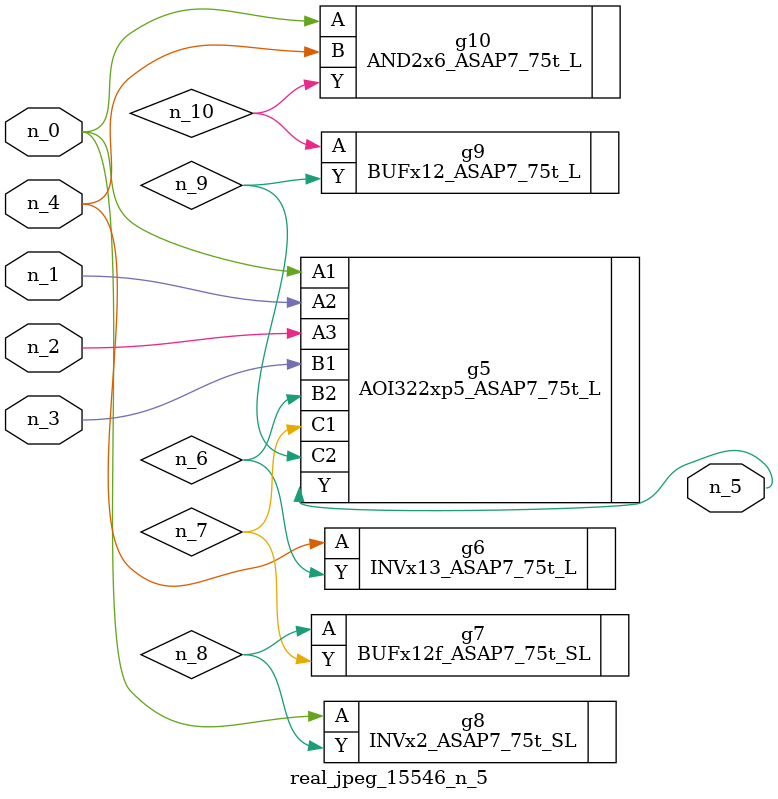
<source format=v>
module real_jpeg_15546_n_5 (n_4, n_0, n_1, n_2, n_3, n_5);

input n_4;
input n_0;
input n_1;
input n_2;
input n_3;

output n_5;

wire n_8;
wire n_6;
wire n_7;
wire n_10;
wire n_9;

AOI322xp5_ASAP7_75t_L g5 ( 
.A1(n_0),
.A2(n_1),
.A3(n_2),
.B1(n_3),
.B2(n_6),
.C1(n_7),
.C2(n_9),
.Y(n_5)
);

INVx2_ASAP7_75t_SL g8 ( 
.A(n_0),
.Y(n_8)
);

AND2x6_ASAP7_75t_L g10 ( 
.A(n_0),
.B(n_4),
.Y(n_10)
);

INVx13_ASAP7_75t_L g6 ( 
.A(n_4),
.Y(n_6)
);

BUFx12f_ASAP7_75t_SL g7 ( 
.A(n_8),
.Y(n_7)
);

BUFx12_ASAP7_75t_L g9 ( 
.A(n_10),
.Y(n_9)
);


endmodule
</source>
